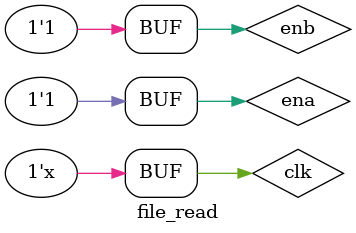
<source format=v>
module file_read();

parameter w_lines = 182;
parameter lines = 1600;
parameter row = 100;
parameter column = 15;
parameter layers = 10;

integer i,j,k;
wire acc_cal;
reg clk;
reg[10:0] addra;
reg[7:0] addrb;
reg ena,enb;
wire[31:0]douta,doutb;

reg[31:0]weight_mem[0:w_lines-1];//Read this from br
reg[31:0]memory[0:lines-1];//Read this from br

//reg[31:0]data[0:row-1][0:column-1];
//reg[31:0]out[0:row-1];
//reg[31:0]weights[0:layers-1][0:column];
//reg[31:0]mid_out[0:layers-1];
//reg[31:0]actual[0:row-1];
//reg[31:0]final_weight[0:1][0:layers];

reg mem_read;
reg weight_read;

//Block Ram for Data
blk_mem_gen_0 test_data (
  .clka(clk),    // input wire clka
  .ena(ena),      // input wire ena
  .addra(addra),  // input wire [10 : 0] addra
  .douta(douta)  // output wire [31 : 0] douta
);
//Block Ram for Weights
blk_mem_gen_1 layer_weights (
  .clka(clk),    // input wire clka
  .ena(enb),      // input wire ena
  .addra(addrb),  // input wire [7 : 0] addra
  .douta(doutb)  // output wire [31 : 0] douta
);

initial
begin
    clk = 1;
    mem_read = 0;
    weight_read = 0;
    ena = 1;
    enb = 1;
    addra = 0;
    addrb = 0;
    i = 0;
    j = 0;
    k = 0;
end

always #5 clk = ~clk;

always@(posedge clk)
begin
    if(douta != 0)
    begin
        k = 1;
    end
end
always@(posedge  clk)
begin
if(k == 1)
begin
    if(i < 1600)
    begin
        memory[i] = douta;
        addra = addra+1;
        i = i+1;
    end
    else
        mem_read = 1;
    if(j < 182)
    begin
        weight_mem[j] = doutb;
        addrb = addrb+1;
        j = j+1;
    end
    else
        weight_read  = 1;
end
end

//predict p(clk,acc_cal);
//always@(posedge clk)
//begin
//    if(acc_cal == 1)
//    begin
//        #50 $finish;
//    end
//end
endmodule

</source>
